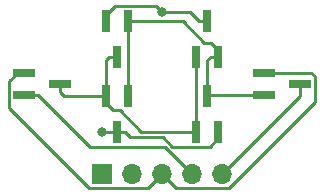
<source format=gbr>
G04 #@! TF.GenerationSoftware,KiCad,Pcbnew,5.0.2-bee76a0~70~ubuntu16.04.1*
G04 #@! TF.CreationDate,2019-10-02T00:23:43-07:00*
G04 #@! TF.ProjectId,sram-register-file,7372616d-2d72-4656-9769-737465722d66,rev?*
G04 #@! TF.SameCoordinates,Original*
G04 #@! TF.FileFunction,Copper,L1,Top*
G04 #@! TF.FilePolarity,Positive*
%FSLAX46Y46*%
G04 Gerber Fmt 4.6, Leading zero omitted, Abs format (unit mm)*
G04 Created by KiCad (PCBNEW 5.0.2-bee76a0~70~ubuntu16.04.1) date Wed 02 Oct 2019 12:23:43 AM PDT*
%MOMM*%
%LPD*%
G01*
G04 APERTURE LIST*
G04 #@! TA.AperFunction,ComponentPad*
%ADD10R,1.700000X1.700000*%
G04 #@! TD*
G04 #@! TA.AperFunction,ComponentPad*
%ADD11O,1.700000X1.700000*%
G04 #@! TD*
G04 #@! TA.AperFunction,SMDPad,CuDef*
%ADD12R,1.900000X0.800000*%
G04 #@! TD*
G04 #@! TA.AperFunction,SMDPad,CuDef*
%ADD13R,0.800000X1.900000*%
G04 #@! TD*
G04 #@! TA.AperFunction,ViaPad*
%ADD14C,0.800000*%
G04 #@! TD*
G04 #@! TA.AperFunction,Conductor*
%ADD15C,0.250000*%
G04 #@! TD*
G04 APERTURE END LIST*
D10*
G04 #@! TO.P,J1,1*
G04 #@! TO.N,GND*
X146050000Y-93980000D03*
D11*
G04 #@! TO.P,J1,2*
G04 #@! TO.N,VDD*
X148590000Y-93980000D03*
G04 #@! TO.P,J1,3*
G04 #@! TO.N,Net-(J1-Pad3)*
X151130000Y-93980000D03*
G04 #@! TO.P,J1,4*
G04 #@! TO.N,Net-(J1-Pad4)*
X153670000Y-93980000D03*
G04 #@! TO.P,J1,5*
G04 #@! TO.N,Net-(J1-Pad5)*
X156210000Y-93980000D03*
G04 #@! TD*
D12*
G04 #@! TO.P,Q1,3*
G04 #@! TO.N,Net-(Q1-Pad3)*
X142470000Y-86360000D03*
G04 #@! TO.P,Q1,2*
G04 #@! TO.N,Net-(J1-Pad4)*
X139470000Y-87310000D03*
G04 #@! TO.P,Q1,1*
G04 #@! TO.N,Net-(J1-Pad3)*
X139470000Y-85410000D03*
G04 #@! TD*
D13*
G04 #@! TO.P,Q2,3*
G04 #@! TO.N,Net-(Q1-Pad3)*
X147320000Y-84050000D03*
G04 #@! TO.P,Q2,2*
G04 #@! TO.N,VDD*
X146370000Y-81050000D03*
G04 #@! TO.P,Q2,1*
G04 #@! TO.N,Net-(Q2-Pad1)*
X148270000Y-81050000D03*
G04 #@! TD*
G04 #@! TO.P,Q3,1*
G04 #@! TO.N,Net-(Q2-Pad1)*
X148270000Y-87400000D03*
G04 #@! TO.P,Q3,2*
G04 #@! TO.N,Net-(Q1-Pad3)*
X146370000Y-87400000D03*
G04 #@! TO.P,Q3,3*
G04 #@! TO.N,GND*
X147320000Y-90400000D03*
G04 #@! TD*
G04 #@! TO.P,Q4,3*
G04 #@! TO.N,VDD*
X154940000Y-81050000D03*
G04 #@! TO.P,Q4,2*
G04 #@! TO.N,Net-(Q2-Pad1)*
X155890000Y-84050000D03*
G04 #@! TO.P,Q4,1*
G04 #@! TO.N,Net-(Q1-Pad3)*
X153990000Y-84050000D03*
G04 #@! TD*
G04 #@! TO.P,Q5,1*
G04 #@! TO.N,Net-(Q1-Pad3)*
X153990000Y-90400000D03*
G04 #@! TO.P,Q5,2*
G04 #@! TO.N,GND*
X155890000Y-90400000D03*
G04 #@! TO.P,Q5,3*
G04 #@! TO.N,Net-(Q2-Pad1)*
X154940000Y-87400000D03*
G04 #@! TD*
D12*
G04 #@! TO.P,Q6,1*
G04 #@! TO.N,Net-(J1-Pad3)*
X159790000Y-85410000D03*
G04 #@! TO.P,Q6,2*
G04 #@! TO.N,Net-(Q2-Pad1)*
X159790000Y-87310000D03*
G04 #@! TO.P,Q6,3*
G04 #@! TO.N,Net-(J1-Pad5)*
X162790000Y-86360000D03*
G04 #@! TD*
D14*
G04 #@! TO.N,VDD*
X151130000Y-80264000D03*
G04 #@! TO.N,GND*
X146050000Y-90424000D03*
G04 #@! TD*
D15*
G04 #@! TO.N,Net-(J1-Pad3)*
X138920000Y-85410000D02*
X139470000Y-85410000D01*
X138194999Y-86135001D02*
X138920000Y-85410000D01*
X138194999Y-88410001D02*
X138194999Y-86135001D01*
X144939999Y-95155001D02*
X138194999Y-88410001D01*
X149954999Y-95155001D02*
X144939999Y-95155001D01*
X151130000Y-93980000D02*
X149954999Y-95155001D01*
X160990000Y-85410000D02*
X159790000Y-85410000D01*
X163775002Y-85410000D02*
X160990000Y-85410000D01*
X164065001Y-87864001D02*
X164065001Y-85699999D01*
X164065001Y-85699999D02*
X163775002Y-85410000D01*
X156774001Y-95155001D02*
X164065001Y-87864001D01*
X152305001Y-95155001D02*
X156774001Y-95155001D01*
X151130000Y-93980000D02*
X152305001Y-95155001D01*
G04 #@! TO.N,VDD*
X154290000Y-81050000D02*
X153504000Y-80264000D01*
X146370000Y-81050000D02*
X146370000Y-80500000D01*
X150622000Y-79756000D02*
X150730001Y-79864001D01*
X151695685Y-80264000D02*
X151130000Y-80264000D01*
X153504000Y-80264000D02*
X151695685Y-80264000D01*
X146370000Y-80500000D02*
X147114000Y-79756000D01*
X154940000Y-81050000D02*
X154290000Y-81050000D01*
X147114000Y-79756000D02*
X150622000Y-79756000D01*
X150730001Y-79864001D02*
X151130000Y-80264000D01*
G04 #@! TO.N,GND*
X147970000Y-90400000D02*
X147320000Y-90400000D01*
X148420010Y-90850010D02*
X147970000Y-90400000D01*
X151176420Y-90850010D02*
X148420010Y-90850010D01*
X152001411Y-91675001D02*
X151176420Y-90850010D01*
X155164999Y-91675001D02*
X152001411Y-91675001D01*
X155890000Y-90950000D02*
X155164999Y-91675001D01*
X155890000Y-90400000D02*
X155890000Y-90950000D01*
X146074000Y-90400000D02*
X146050000Y-90424000D01*
X147320000Y-90400000D02*
X146074000Y-90400000D01*
G04 #@! TO.N,Net-(Q1-Pad3)*
X153990000Y-84050000D02*
X153990000Y-90400000D01*
X146670000Y-84050000D02*
X147320000Y-84050000D01*
X146370000Y-84350000D02*
X146670000Y-84050000D01*
X146370000Y-87400000D02*
X146370000Y-84350000D01*
X145720000Y-87400000D02*
X146370000Y-87400000D01*
X142860000Y-87400000D02*
X145720000Y-87400000D01*
X142470000Y-87010000D02*
X142860000Y-87400000D01*
X142470000Y-86360000D02*
X142470000Y-87010000D01*
X146370000Y-87950000D02*
X146370000Y-87400000D01*
X147020000Y-88600000D02*
X146370000Y-87950000D01*
X147570000Y-88600000D02*
X147020000Y-88600000D01*
X149370000Y-90400000D02*
X147570000Y-88600000D01*
X153990000Y-90400000D02*
X149370000Y-90400000D01*
G04 #@! TO.N,Net-(Q2-Pad1)*
X148270000Y-82250000D02*
X148270000Y-87400000D01*
X148270000Y-81050000D02*
X148270000Y-82250000D01*
X154940000Y-84350000D02*
X155240000Y-84050000D01*
X155240000Y-84050000D02*
X155890000Y-84050000D01*
X154940000Y-87400000D02*
X154940000Y-84350000D01*
X155030000Y-87310000D02*
X154940000Y-87400000D01*
X159790000Y-87310000D02*
X155030000Y-87310000D01*
X155240000Y-82850000D02*
X155890000Y-83500000D01*
X154690000Y-82850000D02*
X155240000Y-82850000D01*
X155890000Y-83500000D02*
X155890000Y-84050000D01*
X148270000Y-81050000D02*
X152890000Y-81050000D01*
X152890000Y-81050000D02*
X154690000Y-82850000D01*
G04 #@! TO.N,Net-(J1-Pad4)*
X145035001Y-91675001D02*
X140670000Y-87310000D01*
X151365001Y-91675001D02*
X145035001Y-91675001D01*
X140670000Y-87310000D02*
X139470000Y-87310000D01*
X153670000Y-93980000D02*
X151365001Y-91675001D01*
G04 #@! TO.N,Net-(J1-Pad5)*
X162790000Y-87400000D02*
X162790000Y-86360000D01*
X156210000Y-93980000D02*
X162790000Y-87400000D01*
G04 #@! TD*
M02*

</source>
